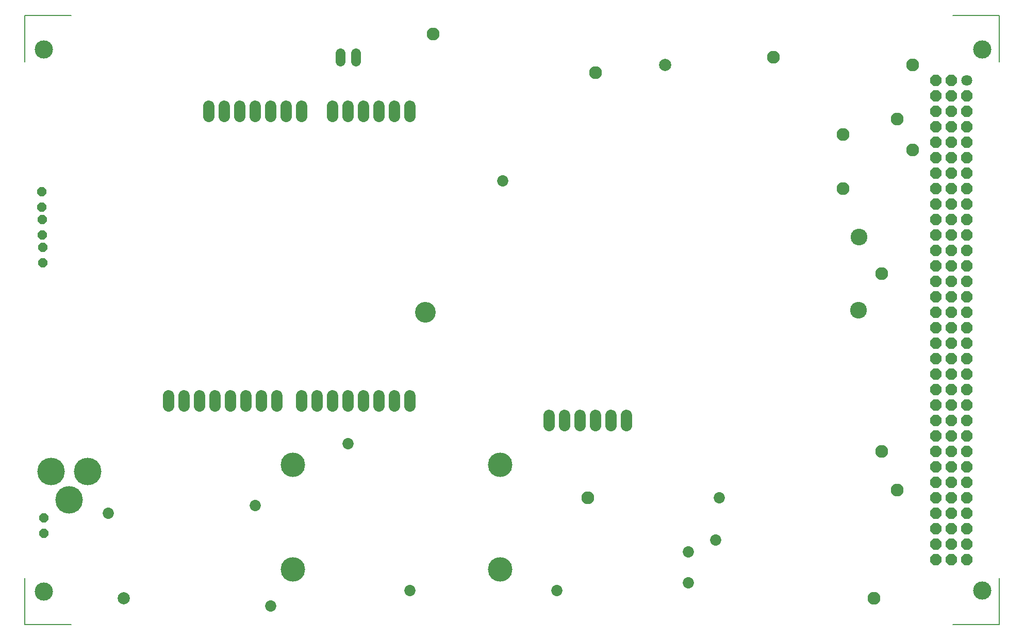
<source format=gbs>
G75*
%MOIN*%
%OFA0B0*%
%FSLAX25Y25*%
%IPPOS*%
%LPD*%
%AMOC8*
5,1,8,0,0,1.08239X$1,22.5*
%
%ADD10C,0.11824*%
%ADD11C,0.07400*%
%ADD12C,0.13398*%
%ADD13C,0.06200*%
%ADD14C,0.15800*%
%ADD15C,0.07296*%
%ADD16C,0.00600*%
%ADD17C,0.07100*%
%ADD18OC8,0.07100*%
%ADD19C,0.11800*%
%ADD20C,0.05750*%
%ADD21OC8,0.05800*%
%ADD22C,0.17800*%
%ADD23C,0.08318*%
%ADD24C,0.07887*%
%ADD25C,0.07296*%
%ADD26C,0.10800*%
D10*
X0073848Y0095535D03*
X0073848Y0446042D03*
D11*
X0180662Y0409400D02*
X0180662Y0402800D01*
X0190662Y0402800D02*
X0190662Y0409400D01*
X0200662Y0409400D02*
X0200662Y0402800D01*
X0210662Y0402800D02*
X0210662Y0409400D01*
X0220662Y0409400D02*
X0220662Y0402800D01*
X0230662Y0402800D02*
X0230662Y0409400D01*
X0240662Y0409400D02*
X0240662Y0402800D01*
X0260662Y0402800D02*
X0260662Y0409400D01*
X0270662Y0409400D02*
X0270662Y0402800D01*
X0280662Y0402800D02*
X0280662Y0409400D01*
X0290662Y0409400D02*
X0290662Y0402800D01*
X0300662Y0402800D02*
X0300662Y0409400D01*
X0310662Y0409400D02*
X0310662Y0402800D01*
X0310662Y0221900D02*
X0310662Y0215300D01*
X0300662Y0215300D02*
X0300662Y0221900D01*
X0290662Y0221900D02*
X0290662Y0215300D01*
X0280662Y0215300D02*
X0280662Y0221900D01*
X0270662Y0221900D02*
X0270662Y0215300D01*
X0260662Y0215300D02*
X0260662Y0221900D01*
X0250662Y0221900D02*
X0250662Y0215300D01*
X0240662Y0215300D02*
X0240662Y0221900D01*
X0224662Y0221900D02*
X0224662Y0215300D01*
X0214662Y0215300D02*
X0214662Y0221900D01*
X0204662Y0221900D02*
X0204662Y0215300D01*
X0194662Y0215300D02*
X0194662Y0221900D01*
X0184662Y0221900D02*
X0184662Y0215300D01*
X0174662Y0215300D02*
X0174662Y0221900D01*
X0164662Y0221900D02*
X0164662Y0215300D01*
X0154662Y0215300D02*
X0154662Y0221900D01*
D12*
X0320662Y0276100D03*
D13*
X0275662Y0438400D02*
X0275662Y0443800D01*
X0265662Y0443800D02*
X0265662Y0438400D01*
D14*
X0234963Y0177350D03*
X0234963Y0109850D03*
X0368860Y0109850D03*
X0368860Y0177350D03*
D15*
X0400662Y0202852D02*
X0400662Y0209348D01*
X0410662Y0209348D02*
X0410662Y0202852D01*
X0420662Y0202852D02*
X0420662Y0209348D01*
X0430662Y0209348D02*
X0430662Y0202852D01*
X0440662Y0202852D02*
X0440662Y0209348D01*
X0450662Y0209348D02*
X0450662Y0202852D01*
D16*
X0061662Y0104200D02*
X0061662Y0074200D01*
X0091662Y0074200D01*
X0061662Y0438000D02*
X0061662Y0468000D01*
X0091662Y0468000D01*
X0661662Y0468000D02*
X0691662Y0468000D01*
X0691662Y0438000D01*
X0691662Y0104200D02*
X0691662Y0074200D01*
X0661662Y0074200D01*
D17*
X0670662Y0426100D03*
D18*
X0660662Y0426100D03*
X0650662Y0426100D03*
X0650662Y0416100D03*
X0660662Y0416100D03*
X0670662Y0416100D03*
X0670662Y0406100D03*
X0670662Y0396100D03*
X0660662Y0396100D03*
X0660662Y0406100D03*
X0650662Y0406100D03*
X0650662Y0396100D03*
X0650662Y0386100D03*
X0660662Y0386100D03*
X0670662Y0386100D03*
X0670662Y0376100D03*
X0660662Y0376100D03*
X0650662Y0376100D03*
X0650662Y0366100D03*
X0660662Y0366100D03*
X0670662Y0366100D03*
X0670662Y0356100D03*
X0660662Y0356100D03*
X0650662Y0356100D03*
X0650662Y0346100D03*
X0660662Y0346100D03*
X0670662Y0346100D03*
X0670662Y0336100D03*
X0670662Y0326100D03*
X0660662Y0326100D03*
X0660662Y0336100D03*
X0650662Y0336100D03*
X0650662Y0326100D03*
X0650662Y0316100D03*
X0660662Y0316100D03*
X0670662Y0316100D03*
X0670662Y0306100D03*
X0660662Y0306100D03*
X0650662Y0306100D03*
X0650662Y0296100D03*
X0660662Y0296100D03*
X0670662Y0296100D03*
X0670662Y0286100D03*
X0660662Y0286100D03*
X0650662Y0286100D03*
X0650662Y0276100D03*
X0660662Y0276100D03*
X0670662Y0276100D03*
X0670662Y0266100D03*
X0660662Y0266100D03*
X0650662Y0266100D03*
X0650662Y0256100D03*
X0660662Y0256100D03*
X0670662Y0256100D03*
X0670662Y0246100D03*
X0660662Y0246100D03*
X0650662Y0246100D03*
X0650662Y0236100D03*
X0660662Y0236100D03*
X0670662Y0236100D03*
X0670662Y0226100D03*
X0660662Y0226100D03*
X0650662Y0226100D03*
X0650662Y0216100D03*
X0660662Y0216100D03*
X0670662Y0216100D03*
X0670662Y0206100D03*
X0660662Y0206100D03*
X0650662Y0206100D03*
X0650662Y0196100D03*
X0660662Y0196100D03*
X0670662Y0196100D03*
X0670662Y0186100D03*
X0660662Y0186100D03*
X0650662Y0186100D03*
X0650662Y0176100D03*
X0660662Y0176100D03*
X0670662Y0176100D03*
X0670662Y0166100D03*
X0660662Y0166100D03*
X0650662Y0166100D03*
X0650662Y0156100D03*
X0660662Y0156100D03*
X0670662Y0156100D03*
X0670662Y0146100D03*
X0670662Y0136100D03*
X0660662Y0136100D03*
X0660662Y0146100D03*
X0650662Y0146100D03*
X0650662Y0136100D03*
X0650662Y0126100D03*
X0660662Y0126100D03*
X0670662Y0126100D03*
X0670662Y0116100D03*
X0660662Y0116100D03*
X0650662Y0116100D03*
D19*
X0680662Y0096100D03*
X0680662Y0446100D03*
D20*
X0600662Y0324722D03*
X0600662Y0277478D03*
D21*
X0073401Y0308150D03*
X0073401Y0318150D03*
X0072968Y0326150D03*
X0072968Y0336150D03*
X0072535Y0344150D03*
X0072535Y0354150D03*
X0073835Y0143150D03*
X0073835Y0133150D03*
D22*
X0090287Y0154596D03*
X0078476Y0173100D03*
X0102099Y0173100D03*
D23*
X0425662Y0156100D03*
X0610662Y0091100D03*
X0625662Y0161100D03*
X0615662Y0186100D03*
X0615662Y0301100D03*
X0590662Y0356100D03*
X0590662Y0391100D03*
X0625662Y0401100D03*
X0635662Y0381100D03*
X0635662Y0436100D03*
X0545662Y0441100D03*
X0430662Y0431100D03*
X0325662Y0456100D03*
D24*
X0475662Y0436100D03*
X0125662Y0091100D03*
D25*
X0115662Y0146100D03*
X0210662Y0151100D03*
X0270662Y0191100D03*
X0310662Y0096100D03*
X0220662Y0086100D03*
X0405662Y0096100D03*
X0490662Y0101100D03*
X0490662Y0121100D03*
X0508162Y0128600D03*
X0510662Y0156100D03*
X0370662Y0361100D03*
D26*
X0600787Y0324600D03*
X0600662Y0277475D03*
M02*

</source>
